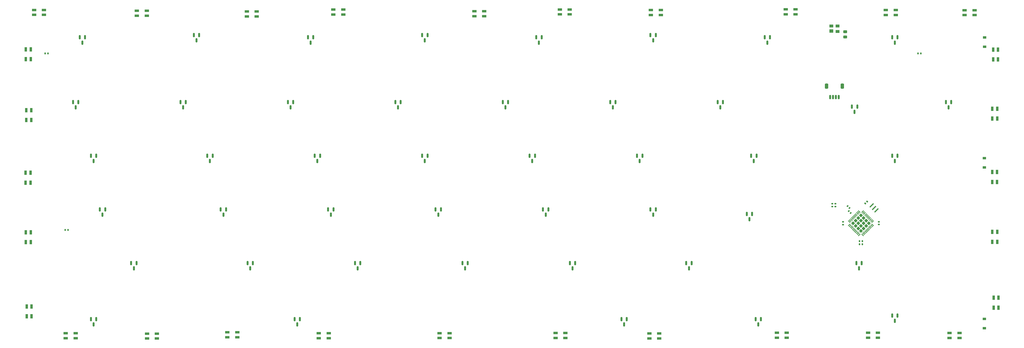
<source format=gbp>
%TF.GenerationSoftware,KiCad,Pcbnew,5.99.0-1.20210419gite0f69ad.fc33*%
%TF.CreationDate,2021-04-20T05:27:24+03:00*%
%TF.ProjectId,UniversalTKL,556e6976-6572-4736-916c-544b4c2e6b69,rev?*%
%TF.SameCoordinates,Original*%
%TF.FileFunction,Paste,Bot*%
%TF.FilePolarity,Positive*%
%FSLAX46Y46*%
G04 Gerber Fmt 4.6, Leading zero omitted, Abs format (unit mm)*
G04 Created by KiCad (PCBNEW 5.99.0-1.20210419gite0f69ad.fc33) date 2021-04-20 05:27:24*
%MOMM*%
%LPD*%
G01*
G04 APERTURE LIST*
G04 Aperture macros list*
%AMRoundRect*
0 Rectangle with rounded corners*
0 $1 Rounding radius*
0 $2 $3 $4 $5 $6 $7 $8 $9 X,Y pos of 4 corners*
0 Add a 4 corners polygon primitive as box body*
4,1,4,$2,$3,$4,$5,$6,$7,$8,$9,$2,$3,0*
0 Add four circle primitives for the rounded corners*
1,1,$1+$1,$2,$3*
1,1,$1+$1,$4,$5*
1,1,$1+$1,$6,$7*
1,1,$1+$1,$8,$9*
0 Add four rect primitives between the rounded corners*
20,1,$1+$1,$2,$3,$4,$5,0*
20,1,$1+$1,$4,$5,$6,$7,0*
20,1,$1+$1,$6,$7,$8,$9,0*
20,1,$1+$1,$8,$9,$2,$3,0*%
%AMRotRect*
0 Rectangle, with rotation*
0 The origin of the aperture is its center*
0 $1 length*
0 $2 width*
0 $3 Rotation angle, in degrees counterclockwise*
0 Add horizontal line*
21,1,$1,$2,0,0,$3*%
G04 Aperture macros list end*
%ADD10R,0.850000X1.600000*%
%ADD11R,1.600000X0.850000*%
%ADD12RoundRect,0.135000X-0.185000X0.135000X-0.185000X-0.135000X0.185000X-0.135000X0.185000X0.135000X0*%
%ADD13RoundRect,0.150000X-0.150000X0.587500X-0.150000X-0.587500X0.150000X-0.587500X0.150000X0.587500X0*%
%ADD14RoundRect,0.135000X0.135000X0.185000X-0.135000X0.185000X-0.135000X-0.185000X0.135000X-0.185000X0*%
%ADD15RoundRect,0.140000X0.219203X0.021213X0.021213X0.219203X-0.219203X-0.021213X-0.021213X-0.219203X0*%
%ADD16RoundRect,0.150000X-0.150000X-0.625000X0.150000X-0.625000X0.150000X0.625000X-0.150000X0.625000X0*%
%ADD17RoundRect,0.250000X-0.350000X-0.650000X0.350000X-0.650000X0.350000X0.650000X-0.350000X0.650000X0*%
%ADD18R,1.200000X0.900000*%
%ADD19RoundRect,0.135000X-0.035355X0.226274X-0.226274X0.035355X0.035355X-0.226274X0.226274X-0.035355X0*%
%ADD20RoundRect,0.140000X0.140000X0.170000X-0.140000X0.170000X-0.140000X-0.170000X0.140000X-0.170000X0*%
%ADD21R,1.400000X1.200000*%
%ADD22R,1.400000X1.000000*%
%ADD23RoundRect,0.140000X0.170000X-0.140000X0.170000X0.140000X-0.170000X0.140000X-0.170000X-0.140000X0*%
%ADD24RoundRect,0.243750X-0.456250X0.243750X-0.456250X-0.243750X0.456250X-0.243750X0.456250X0.243750X0*%
%ADD25RoundRect,0.140000X-0.170000X0.140000X-0.170000X-0.140000X0.170000X-0.140000X0.170000X0.140000X0*%
%ADD26RotRect,0.400000X1.900000X135.000000*%
%ADD27RoundRect,0.250000X-0.388909X0.000000X0.000000X-0.388909X0.388909X0.000000X0.000000X0.388909X0*%
%ADD28RoundRect,0.062500X-0.380070X0.291682X0.291682X-0.380070X0.380070X-0.291682X-0.291682X0.380070X0*%
%ADD29RoundRect,0.062500X-0.380070X-0.291682X-0.291682X-0.380070X0.380070X0.291682X0.291682X0.380070X0*%
G04 APERTURE END LIST*
D10*
%TO.C,D78*%
X375705000Y-140270000D03*
X373955000Y-140270000D03*
X375705000Y-136770000D03*
X373955000Y-136770000D03*
%TD*%
%TO.C,D77*%
X375225000Y-116900000D03*
X373475000Y-116900000D03*
X375225000Y-113400000D03*
X373475000Y-113400000D03*
%TD*%
%TO.C,D76*%
X375175000Y-95630000D03*
X373425000Y-95630000D03*
X375175000Y-92130000D03*
X373425000Y-92130000D03*
%TD*%
%TO.C,D75*%
X375205000Y-73140000D03*
X373455000Y-73140000D03*
X375205000Y-69640000D03*
X373455000Y-69640000D03*
%TD*%
%TO.C,D74*%
X375515000Y-52150000D03*
X373765000Y-52150000D03*
X375515000Y-48650000D03*
X373765000Y-48650000D03*
%TD*%
D11*
%TO.C,D73*%
X367180000Y-34675000D03*
X367180000Y-36425000D03*
X363680000Y-34675000D03*
X363680000Y-36425000D03*
%TD*%
%TO.C,D72*%
X339230000Y-34625000D03*
X339230000Y-36375000D03*
X335730000Y-34625000D03*
X335730000Y-36375000D03*
%TD*%
%TO.C,D71*%
X303690000Y-34385000D03*
X303690000Y-36135000D03*
X300190000Y-34385000D03*
X300190000Y-36135000D03*
%TD*%
%TO.C,D70*%
X358350000Y-151015000D03*
X358350000Y-149265000D03*
X361850000Y-151015000D03*
X361850000Y-149265000D03*
%TD*%
%TO.C,D69*%
X329420000Y-150925000D03*
X329420000Y-149175000D03*
X332920000Y-150925000D03*
X332920000Y-149175000D03*
%TD*%
%TO.C,D68*%
X255920000Y-34615000D03*
X255920000Y-36365000D03*
X252420000Y-34615000D03*
X252420000Y-36365000D03*
%TD*%
%TO.C,D67*%
X297090000Y-150965000D03*
X297090000Y-149215000D03*
X300590000Y-150965000D03*
X300590000Y-149215000D03*
%TD*%
%TO.C,D66*%
X223610000Y-34425000D03*
X223610000Y-36175000D03*
X220110000Y-34425000D03*
X220110000Y-36175000D03*
%TD*%
%TO.C,D65*%
X251870000Y-151185000D03*
X251870000Y-149435000D03*
X255370000Y-151185000D03*
X255370000Y-149435000D03*
%TD*%
%TO.C,D64*%
X193330000Y-35065000D03*
X193330000Y-36815000D03*
X189830000Y-35065000D03*
X189830000Y-36815000D03*
%TD*%
%TO.C,D63*%
X218600000Y-151005000D03*
X218600000Y-149255000D03*
X222100000Y-151005000D03*
X222100000Y-149255000D03*
%TD*%
%TO.C,D62*%
X177490000Y-151065000D03*
X177490000Y-149315000D03*
X180990000Y-151065000D03*
X180990000Y-149315000D03*
%TD*%
%TO.C,D61*%
X143320000Y-34455000D03*
X143320000Y-36205000D03*
X139820000Y-34455000D03*
X139820000Y-36205000D03*
%TD*%
%TO.C,D60*%
X134660000Y-151085000D03*
X134660000Y-149335000D03*
X138160000Y-151085000D03*
X138160000Y-149335000D03*
%TD*%
%TO.C,D59*%
X112600000Y-35165000D03*
X112600000Y-36915000D03*
X109100000Y-35165000D03*
X109100000Y-36915000D03*
%TD*%
%TO.C,D58*%
X102220000Y-150795000D03*
X102220000Y-149045000D03*
X105720000Y-150795000D03*
X105720000Y-149045000D03*
%TD*%
%TO.C,D57*%
X73620000Y-34875000D03*
X73620000Y-36625000D03*
X70120000Y-34875000D03*
X70120000Y-36625000D03*
%TD*%
%TO.C,D56*%
X73730000Y-151225000D03*
X73730000Y-149475000D03*
X77230000Y-151225000D03*
X77230000Y-149475000D03*
%TD*%
%TO.C,D55*%
X37190000Y-34595000D03*
X37190000Y-36345000D03*
X33690000Y-34595000D03*
X33690000Y-36345000D03*
%TD*%
%TO.C,D54*%
X44890000Y-151105000D03*
X44890000Y-149355000D03*
X48390000Y-151105000D03*
X48390000Y-149355000D03*
%TD*%
D10*
%TO.C,D53*%
X31035000Y-139860000D03*
X32785000Y-139860000D03*
X31035000Y-143360000D03*
X32785000Y-143360000D03*
%TD*%
%TO.C,D52*%
X30755000Y-113520000D03*
X32505000Y-113520000D03*
X30755000Y-117020000D03*
X32505000Y-117020000D03*
%TD*%
%TO.C,D51*%
X30665000Y-92400000D03*
X32415000Y-92400000D03*
X30665000Y-95900000D03*
X32415000Y-95900000D03*
%TD*%
%TO.C,D50*%
X30895000Y-70190000D03*
X32645000Y-70190000D03*
X30895000Y-73690000D03*
X32645000Y-73690000D03*
%TD*%
%TO.C,D49*%
X30725000Y-48570000D03*
X32475000Y-48570000D03*
X30725000Y-52070000D03*
X32475000Y-52070000D03*
%TD*%
D12*
%TO.C,R_DATA1*%
X317840000Y-103390000D03*
X317840000Y-104410000D03*
%TD*%
D13*
%TO.C,D29*%
X241937500Y-144318750D03*
X243837500Y-144318750D03*
X242887500Y-146193750D03*
%TD*%
D14*
%TO.C,R_INDICATOR3*%
X38610000Y-50006250D03*
X37590000Y-50006250D03*
%TD*%
%TO.C,R_INDICATOR2*%
X348172500Y-50006250D03*
X347152500Y-50006250D03*
%TD*%
D13*
%TO.C,D16*%
X137956250Y-105425000D03*
X139856250Y-105425000D03*
X138906250Y-107300000D03*
%TD*%
%TO.C,D35*%
X276068750Y-67325000D03*
X277968750Y-67325000D03*
X277018750Y-69200000D03*
%TD*%
%TO.C,D27*%
X223681250Y-124475000D03*
X225581250Y-124475000D03*
X224631250Y-126350000D03*
%TD*%
D15*
%TO.C,C_UCAP1*%
X323219411Y-106669411D03*
X322540589Y-105990589D03*
%TD*%
D13*
%TO.C,D1*%
X53818750Y-144318750D03*
X55718750Y-144318750D03*
X54768750Y-146193750D03*
%TD*%
%TO.C,D34*%
X252256250Y-43512500D03*
X254156250Y-43512500D03*
X253206250Y-45387500D03*
%TD*%
%TO.C,D3*%
X47468750Y-67325000D03*
X49368750Y-67325000D03*
X48418750Y-69200000D03*
%TD*%
D14*
%TO.C,R_HWB1*%
X327420000Y-117740000D03*
X326400000Y-117740000D03*
%TD*%
D13*
%TO.C,D2*%
X49850000Y-44306250D03*
X51750000Y-44306250D03*
X50800000Y-46181250D03*
%TD*%
D16*
%TO.C,J3*%
X316000000Y-65500000D03*
X317000000Y-65500000D03*
X318000000Y-65500000D03*
X319000000Y-65500000D03*
D17*
X320300000Y-61625000D03*
X314700000Y-61625000D03*
%TD*%
D18*
%TO.C,D47*%
X370640000Y-90460000D03*
X370640000Y-87160000D03*
%TD*%
D13*
%TO.C,D4*%
X53818750Y-86375000D03*
X55718750Y-86375000D03*
X54768750Y-88250000D03*
%TD*%
%TO.C,D42*%
X337981250Y-44306250D03*
X339881250Y-44306250D03*
X338931250Y-46181250D03*
%TD*%
D18*
%TO.C,D46*%
X370770000Y-47670000D03*
X370770000Y-44370000D03*
%TD*%
D15*
%TO.C,C_DECOUP4*%
X322829411Y-104879411D03*
X322150589Y-104200589D03*
%TD*%
D13*
%TO.C,D25*%
X209393750Y-86375000D03*
X211293750Y-86375000D03*
X210343750Y-88250000D03*
%TD*%
%TO.C,D6*%
X68106250Y-124475000D03*
X70006250Y-124475000D03*
X69056250Y-126350000D03*
%TD*%
%TO.C,D32*%
X252256250Y-105425000D03*
X254156250Y-105425000D03*
X253206250Y-107300000D03*
%TD*%
%TO.C,D41*%
X323693750Y-68912500D03*
X325593750Y-68912500D03*
X324643750Y-70787500D03*
%TD*%
D19*
%TO.C,R_RST1*%
X329120624Y-102579376D03*
X328399376Y-103300624D03*
%TD*%
D13*
%TO.C,D23*%
X185581250Y-124475000D03*
X187481250Y-124475000D03*
X186531250Y-126350000D03*
%TD*%
D20*
%TO.C,C_DECOUP1*%
X327380000Y-116650000D03*
X326420000Y-116650000D03*
%TD*%
D13*
%TO.C,D38*%
X287975000Y-86375000D03*
X289875000Y-86375000D03*
X288925000Y-88250000D03*
%TD*%
%TO.C,D11*%
X109381250Y-124475000D03*
X111281250Y-124475000D03*
X110331250Y-126350000D03*
%TD*%
%TO.C,D21*%
X171293750Y-86375000D03*
X173193750Y-86375000D03*
X172243750Y-88250000D03*
%TD*%
%TO.C,D10*%
X99856250Y-105425000D03*
X101756250Y-105425000D03*
X100806250Y-107300000D03*
%TD*%
%TO.C,D7*%
X90331250Y-43512500D03*
X92231250Y-43512500D03*
X91281250Y-45387500D03*
%TD*%
%TO.C,D33*%
X264956250Y-124475000D03*
X266856250Y-124475000D03*
X265906250Y-126350000D03*
%TD*%
D21*
%TO.C,D18*%
X316400000Y-42045000D03*
D22*
X316400000Y-40325000D03*
X318600000Y-40325000D03*
X318600000Y-42225000D03*
%TD*%
D13*
%TO.C,D31*%
X247493750Y-86375000D03*
X249393750Y-86375000D03*
X248443750Y-88250000D03*
%TD*%
%TO.C,D5*%
X56993750Y-105425000D03*
X58893750Y-105425000D03*
X57943750Y-107300000D03*
%TD*%
D14*
%TO.C,R_INDICATOR1*%
X45753750Y-112712500D03*
X44733750Y-112712500D03*
%TD*%
D18*
%TO.C,D48*%
X370680000Y-147580000D03*
X370680000Y-144280000D03*
%TD*%
D13*
%TO.C,D14*%
X123668750Y-67325000D03*
X125568750Y-67325000D03*
X124618750Y-69200000D03*
%TD*%
D12*
%TO.C,R_DATA2*%
X316706250Y-103390000D03*
X316706250Y-104410000D03*
%TD*%
D23*
%TO.C,C_DECOUP3*%
X333250000Y-110770000D03*
X333250000Y-109810000D03*
%TD*%
D13*
%TO.C,D40*%
X325281250Y-124475000D03*
X327181250Y-124475000D03*
X326231250Y-126350000D03*
%TD*%
%TO.C,D12*%
X126050000Y-144318750D03*
X127950000Y-144318750D03*
X127000000Y-146193750D03*
%TD*%
%TO.C,D30*%
X237968750Y-67325000D03*
X239868750Y-67325000D03*
X238918750Y-69200000D03*
%TD*%
%TO.C,D45*%
X357031250Y-67325000D03*
X358931250Y-67325000D03*
X357981250Y-69200000D03*
%TD*%
%TO.C,D26*%
X214156250Y-105425000D03*
X216056250Y-105425000D03*
X215106250Y-107300000D03*
%TD*%
D24*
%TO.C,F1*%
X321300000Y-42312500D03*
X321300000Y-44187500D03*
%TD*%
D13*
%TO.C,D15*%
X133193750Y-86375000D03*
X135093750Y-86375000D03*
X134143750Y-88250000D03*
%TD*%
D25*
%TO.C,C_DECOUP2*%
X320540000Y-109820000D03*
X320540000Y-110780000D03*
%TD*%
D13*
%TO.C,D44*%
X337950000Y-143052500D03*
X339850000Y-143052500D03*
X338900000Y-144927500D03*
%TD*%
%TO.C,D37*%
X289562500Y-144318750D03*
X291462500Y-144318750D03*
X290512500Y-146193750D03*
%TD*%
D26*
%TO.C,Y1*%
X332420000Y-105700000D03*
X331571472Y-104851472D03*
X330722944Y-104002944D03*
%TD*%
D27*
%TO.C,U1*%
X327819239Y-112138478D03*
X325980761Y-112138478D03*
X325061522Y-111219239D03*
X326900000Y-113057716D03*
X328738478Y-109380761D03*
X326900000Y-107542284D03*
X325061522Y-109380761D03*
X324142284Y-110300000D03*
X329657716Y-110300000D03*
X326900000Y-111219239D03*
X325980761Y-110300000D03*
X327819239Y-108461522D03*
X325980761Y-108461522D03*
X328738478Y-111219239D03*
X326900000Y-109380761D03*
X327819239Y-110300000D03*
D28*
X322772264Y-109707798D03*
X323125818Y-109354245D03*
X323479371Y-109000691D03*
X323832924Y-108647138D03*
X324186478Y-108293585D03*
X324540031Y-107940031D03*
X324893585Y-107586478D03*
X325247138Y-107232924D03*
X325600691Y-106879371D03*
X325954245Y-106525818D03*
X326307798Y-106172264D03*
D29*
X327492202Y-106172264D03*
X327845755Y-106525818D03*
X328199309Y-106879371D03*
X328552862Y-107232924D03*
X328906415Y-107586478D03*
X329259969Y-107940031D03*
X329613522Y-108293585D03*
X329967076Y-108647138D03*
X330320629Y-109000691D03*
X330674182Y-109354245D03*
X331027736Y-109707798D03*
D28*
X331027736Y-110892202D03*
X330674182Y-111245755D03*
X330320629Y-111599309D03*
X329967076Y-111952862D03*
X329613522Y-112306415D03*
X329259969Y-112659969D03*
X328906415Y-113013522D03*
X328552862Y-113367076D03*
X328199309Y-113720629D03*
X327845755Y-114074182D03*
X327492202Y-114427736D03*
D29*
X326307798Y-114427736D03*
X325954245Y-114074182D03*
X325600691Y-113720629D03*
X325247138Y-113367076D03*
X324893585Y-113013522D03*
X324540031Y-112659969D03*
X324186478Y-112306415D03*
X323832924Y-111952862D03*
X323479371Y-111599309D03*
X323125818Y-111245755D03*
X322772264Y-110892202D03*
%TD*%
D13*
%TO.C,D8*%
X85568750Y-67325000D03*
X87468750Y-67325000D03*
X86518750Y-69200000D03*
%TD*%
%TO.C,D36*%
X286387500Y-107012500D03*
X288287500Y-107012500D03*
X287337500Y-108887500D03*
%TD*%
%TO.C,D28*%
X211775000Y-44306250D03*
X213675000Y-44306250D03*
X212725000Y-46181250D03*
%TD*%
%TO.C,D17*%
X147481250Y-124475000D03*
X149381250Y-124475000D03*
X148431250Y-126350000D03*
%TD*%
%TO.C,D20*%
X161768750Y-67325000D03*
X163668750Y-67325000D03*
X162718750Y-69200000D03*
%TD*%
%TO.C,D19*%
X171293750Y-43512500D03*
X173193750Y-43512500D03*
X172243750Y-45387500D03*
%TD*%
%TO.C,D43*%
X337981250Y-86375000D03*
X339881250Y-86375000D03*
X338931250Y-88250000D03*
%TD*%
%TO.C,D22*%
X176056250Y-105425000D03*
X177956250Y-105425000D03*
X177006250Y-107300000D03*
%TD*%
%TO.C,D39*%
X292737500Y-44306250D03*
X294637500Y-44306250D03*
X293687500Y-46181250D03*
%TD*%
%TO.C,D13*%
X130812500Y-44306250D03*
X132712500Y-44306250D03*
X131762500Y-46181250D03*
%TD*%
%TO.C,D9*%
X95093750Y-86375000D03*
X96993750Y-86375000D03*
X96043750Y-88250000D03*
%TD*%
%TO.C,D24*%
X199868750Y-67325000D03*
X201768750Y-67325000D03*
X200818750Y-69200000D03*
%TD*%
M02*

</source>
